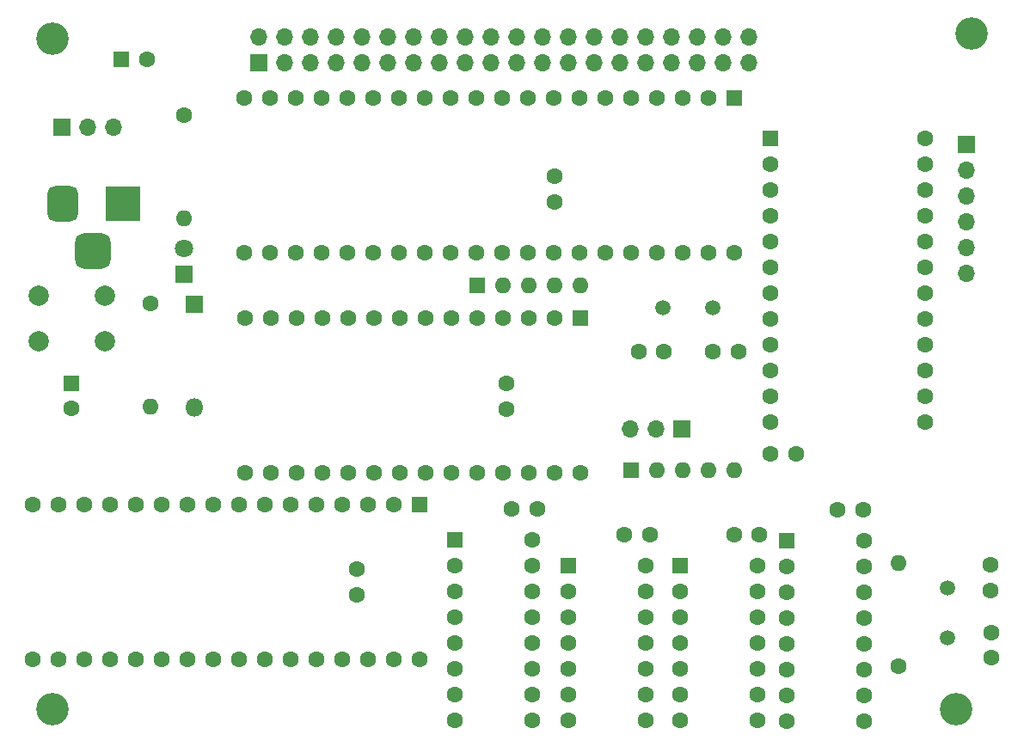
<source format=gts>
G04 #@! TF.GenerationSoftware,KiCad,Pcbnew,9.0.0*
G04 #@! TF.CreationDate,2025-03-20T10:08:34+09:00*
G04 #@! TF.ProjectId,K6802-SBC,4b363830-322d-4534-9243-2e6b69636164,rev?*
G04 #@! TF.SameCoordinates,Original*
G04 #@! TF.FileFunction,Soldermask,Top*
G04 #@! TF.FilePolarity,Negative*
%FSLAX46Y46*%
G04 Gerber Fmt 4.6, Leading zero omitted, Abs format (unit mm)*
G04 Created by KiCad (PCBNEW 9.0.0) date 2025-03-20 10:08:34*
%MOMM*%
%LPD*%
G01*
G04 APERTURE LIST*
G04 Aperture macros list*
%AMRoundRect*
0 Rectangle with rounded corners*
0 $1 Rounding radius*
0 $2 $3 $4 $5 $6 $7 $8 $9 X,Y pos of 4 corners*
0 Add a 4 corners polygon primitive as box body*
4,1,4,$2,$3,$4,$5,$6,$7,$8,$9,$2,$3,0*
0 Add four circle primitives for the rounded corners*
1,1,$1+$1,$2,$3*
1,1,$1+$1,$4,$5*
1,1,$1+$1,$6,$7*
1,1,$1+$1,$8,$9*
0 Add four rect primitives between the rounded corners*
20,1,$1+$1,$2,$3,$4,$5,0*
20,1,$1+$1,$4,$5,$6,$7,0*
20,1,$1+$1,$6,$7,$8,$9,0*
20,1,$1+$1,$8,$9,$2,$3,0*%
G04 Aperture macros list end*
%ADD10C,1.600000*%
%ADD11RoundRect,0.250000X-0.550000X-0.550000X0.550000X-0.550000X0.550000X0.550000X-0.550000X0.550000X0*%
%ADD12C,3.200000*%
%ADD13O,1.600000X1.600000*%
%ADD14R,1.700000X1.700000*%
%ADD15O,1.700000X1.700000*%
%ADD16C,2.000000*%
%ADD17C,1.500000*%
%ADD18R,1.600000X1.600000*%
%ADD19R,1.800000X1.800000*%
%ADD20C,1.800000*%
%ADD21RoundRect,0.250000X-0.550000X0.550000X-0.550000X-0.550000X0.550000X-0.550000X0.550000X0.550000X0*%
%ADD22R,3.500000X3.500000*%
%ADD23RoundRect,0.750000X-0.750000X-1.000000X0.750000X-1.000000X0.750000X1.000000X-0.750000X1.000000X0*%
%ADD24RoundRect,0.875000X-0.875000X-0.875000X0.875000X-0.875000X0.875000X0.875000X-0.875000X0.875000X0*%
%ADD25O,1.800000X1.800000*%
G04 APERTURE END LIST*
D10*
X143250000Y-100800000D03*
X140750000Y-100800000D03*
X165150000Y-103300000D03*
X162650000Y-103300000D03*
D11*
X166260000Y-64260000D03*
D10*
X166260000Y-66800000D03*
X166260000Y-69340000D03*
X166260000Y-71880000D03*
X166260000Y-74420000D03*
X166260000Y-76960000D03*
X166260000Y-79500000D03*
X166260000Y-82040000D03*
X166260000Y-84580000D03*
X166260000Y-87120000D03*
X166260000Y-89660000D03*
X166260000Y-92200000D03*
X181500000Y-92200000D03*
X181500000Y-89660000D03*
X181500000Y-87120000D03*
X181500000Y-84580000D03*
X181500000Y-82040000D03*
X181500000Y-79500000D03*
X181500000Y-76960000D03*
X181500000Y-74420000D03*
X181500000Y-71880000D03*
X181500000Y-69340000D03*
X181500000Y-66800000D03*
X181500000Y-64260000D03*
D12*
X95500000Y-54500000D03*
D10*
X155750000Y-85300000D03*
X153250000Y-85300000D03*
X125500000Y-109250000D03*
X125500000Y-106750000D03*
X145000000Y-68050000D03*
X145000000Y-70550000D03*
X178830000Y-116260000D03*
D13*
X178830000Y-106100000D03*
D10*
X166250000Y-95400000D03*
X168750000Y-95400000D03*
D14*
X115860000Y-56840000D03*
D15*
X115860000Y-54300000D03*
X118400000Y-56840000D03*
X118400000Y-54300000D03*
X120940000Y-56840000D03*
X120940000Y-54300000D03*
X123480000Y-56840000D03*
X123480000Y-54300000D03*
X126020000Y-56840000D03*
X126020000Y-54300000D03*
X128560000Y-56840000D03*
X128560000Y-54300000D03*
X131100000Y-56840000D03*
X131100000Y-54300000D03*
X133640000Y-56840000D03*
X133640000Y-54300000D03*
X136180000Y-56840000D03*
X136180000Y-54300000D03*
X138720000Y-56840000D03*
X138720000Y-54300000D03*
X141260000Y-56840000D03*
X141260000Y-54300000D03*
X143800000Y-56840000D03*
X143800000Y-54300000D03*
X146340000Y-56840000D03*
X146340000Y-54300000D03*
X148880000Y-56840000D03*
X148880000Y-54300000D03*
X151420000Y-56840000D03*
X151420000Y-54300000D03*
X153960000Y-56840000D03*
X153960000Y-54300000D03*
X156500000Y-56840000D03*
X156500000Y-54300000D03*
X159040000Y-56840000D03*
X159040000Y-54300000D03*
X161580000Y-56840000D03*
X161580000Y-54300000D03*
X164120000Y-56840000D03*
X164120000Y-54300000D03*
D16*
X100700000Y-84300000D03*
X94200000Y-84300000D03*
X100700000Y-79800000D03*
X94200000Y-79800000D03*
D12*
X186000000Y-54000000D03*
D10*
X140200000Y-90950000D03*
X140200000Y-88450000D03*
D17*
X155650000Y-81000000D03*
X160530000Y-81000000D03*
D10*
X188000000Y-112970000D03*
X188000000Y-115470000D03*
D18*
X137340000Y-78800000D03*
D13*
X139880000Y-78800000D03*
X142420000Y-78800000D03*
X144960000Y-78800000D03*
X147500000Y-78800000D03*
D10*
X175350000Y-100900000D03*
X172850000Y-100900000D03*
X187900000Y-108810000D03*
X187900000Y-106310000D03*
D14*
X96420000Y-63200000D03*
D15*
X98960000Y-63200000D03*
X101500000Y-63200000D03*
D19*
X108500000Y-77700000D03*
D20*
X108500000Y-75160000D03*
D10*
X154350000Y-103300000D03*
X151850000Y-103300000D03*
D14*
X185500000Y-64880000D03*
D15*
X185500000Y-67420000D03*
X185500000Y-69960000D03*
X185500000Y-72500000D03*
X185500000Y-75040000D03*
X185500000Y-77580000D03*
D17*
X183630000Y-113450000D03*
X183630000Y-108570000D03*
D11*
X157290000Y-106385000D03*
D10*
X157290000Y-108925000D03*
X157290000Y-111465000D03*
X157290000Y-114005000D03*
X157290000Y-116545000D03*
X157290000Y-119085000D03*
X157290000Y-121625000D03*
X164910000Y-121625000D03*
X164910000Y-119085000D03*
X164910000Y-116545000D03*
X164910000Y-114005000D03*
X164910000Y-111465000D03*
X164910000Y-108925000D03*
X164910000Y-106385000D03*
D12*
X184500000Y-120500000D03*
D18*
X152500000Y-97000000D03*
D13*
X155040000Y-97000000D03*
X157580000Y-97000000D03*
X160120000Y-97000000D03*
X162660000Y-97000000D03*
D11*
X167795000Y-103910000D03*
D10*
X167795000Y-106450000D03*
X167795000Y-108990000D03*
X167795000Y-111530000D03*
X167795000Y-114070000D03*
X167795000Y-116610000D03*
X167795000Y-119150000D03*
X167795000Y-121690000D03*
X175415000Y-121690000D03*
X175415000Y-119150000D03*
X175415000Y-116610000D03*
X175415000Y-114070000D03*
X175415000Y-111530000D03*
X175415000Y-108990000D03*
X175415000Y-106450000D03*
X175415000Y-103910000D03*
D21*
X131660000Y-100400000D03*
D10*
X129120000Y-100400000D03*
X126580000Y-100400000D03*
X124040000Y-100400000D03*
X121500000Y-100400000D03*
X118960000Y-100400000D03*
X116420000Y-100400000D03*
X113880000Y-100400000D03*
X111340000Y-100400000D03*
X108800000Y-100400000D03*
X106260000Y-100400000D03*
X103720000Y-100400000D03*
X101180000Y-100400000D03*
X98640000Y-100400000D03*
X96100000Y-100400000D03*
X93560000Y-100400000D03*
X93560000Y-115640000D03*
X96100000Y-115640000D03*
X98640000Y-115640000D03*
X101180000Y-115640000D03*
X103720000Y-115640000D03*
X106260000Y-115640000D03*
X108800000Y-115640000D03*
X111340000Y-115640000D03*
X113880000Y-115640000D03*
X116420000Y-115640000D03*
X118960000Y-115640000D03*
X121500000Y-115640000D03*
X124040000Y-115640000D03*
X126580000Y-115640000D03*
X129120000Y-115640000D03*
X131660000Y-115640000D03*
X105200000Y-80520000D03*
D13*
X105200000Y-90680000D03*
D21*
X147510000Y-82000000D03*
D10*
X144970000Y-82000000D03*
X142430000Y-82000000D03*
X139890000Y-82000000D03*
X137350000Y-82000000D03*
X134810000Y-82000000D03*
X132270000Y-82000000D03*
X129730000Y-82000000D03*
X127190000Y-82000000D03*
X124650000Y-82000000D03*
X122110000Y-82000000D03*
X119570000Y-82000000D03*
X117030000Y-82000000D03*
X114490000Y-82000000D03*
X114490000Y-97240000D03*
X117030000Y-97240000D03*
X119570000Y-97240000D03*
X122110000Y-97240000D03*
X124650000Y-97240000D03*
X127190000Y-97240000D03*
X129730000Y-97240000D03*
X132270000Y-97240000D03*
X134810000Y-97240000D03*
X137350000Y-97240000D03*
X139890000Y-97240000D03*
X142430000Y-97240000D03*
X144970000Y-97240000D03*
X147510000Y-97240000D03*
D22*
X102500000Y-70700000D03*
D23*
X96500000Y-70700000D03*
D24*
X99500000Y-75400000D03*
D18*
X102294900Y-56500000D03*
D10*
X104794900Y-56500000D03*
D14*
X157500000Y-92900000D03*
D15*
X154960000Y-92900000D03*
X152420000Y-92900000D03*
D19*
X109500000Y-80620000D03*
D25*
X109500000Y-90780000D03*
D10*
X108500000Y-62020000D03*
D13*
X108500000Y-72180000D03*
D11*
X135180000Y-103860000D03*
D10*
X135180000Y-106400000D03*
X135180000Y-108940000D03*
X135180000Y-111480000D03*
X135180000Y-114020000D03*
X135180000Y-116560000D03*
X135180000Y-119100000D03*
X135180000Y-121640000D03*
X142800000Y-121640000D03*
X142800000Y-119100000D03*
X142800000Y-116560000D03*
X142800000Y-114020000D03*
X142800000Y-111480000D03*
X142800000Y-108940000D03*
X142800000Y-106400000D03*
X142800000Y-103860000D03*
D21*
X162660000Y-60300000D03*
D10*
X160120000Y-60300000D03*
X157580000Y-60300000D03*
X155040000Y-60300000D03*
X152500000Y-60300000D03*
X149960000Y-60300000D03*
X147420000Y-60300000D03*
X144880000Y-60300000D03*
X142340000Y-60300000D03*
X139800000Y-60300000D03*
X137260000Y-60300000D03*
X134720000Y-60300000D03*
X132180000Y-60300000D03*
X129640000Y-60300000D03*
X127100000Y-60300000D03*
X124560000Y-60300000D03*
X122020000Y-60300000D03*
X119480000Y-60300000D03*
X116940000Y-60300000D03*
X114400000Y-60300000D03*
X114400000Y-75540000D03*
X116940000Y-75540000D03*
X119480000Y-75540000D03*
X122020000Y-75540000D03*
X124560000Y-75540000D03*
X127100000Y-75540000D03*
X129640000Y-75540000D03*
X132180000Y-75540000D03*
X134720000Y-75540000D03*
X137260000Y-75540000D03*
X139800000Y-75540000D03*
X142340000Y-75540000D03*
X144880000Y-75540000D03*
X147420000Y-75540000D03*
X149960000Y-75540000D03*
X152500000Y-75540000D03*
X155040000Y-75540000D03*
X157580000Y-75540000D03*
X160120000Y-75540000D03*
X162660000Y-75540000D03*
D18*
X97400000Y-88400000D03*
D10*
X97400000Y-90900000D03*
D11*
X146300000Y-106400000D03*
D10*
X146300000Y-108940000D03*
X146300000Y-111480000D03*
X146300000Y-114020000D03*
X146300000Y-116560000D03*
X146300000Y-119100000D03*
X146300000Y-121640000D03*
X153920000Y-121640000D03*
X153920000Y-119100000D03*
X153920000Y-116560000D03*
X153920000Y-114020000D03*
X153920000Y-111480000D03*
X153920000Y-108940000D03*
X153920000Y-106400000D03*
D12*
X95500000Y-120500000D03*
D10*
X160550000Y-85300000D03*
X163050000Y-85300000D03*
M02*

</source>
